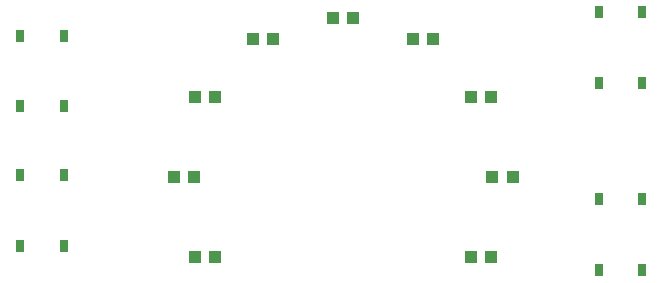
<source format=gbr>
G04 EAGLE Gerber RS-274X export*
G75*
%MOMM*%
%FSLAX34Y34*%
%LPD*%
%INSolderpaste Top*%
%IPPOS*%
%AMOC8*
5,1,8,0,0,1.08239X$1,22.5*%
G01*
%ADD10R,1.000000X1.000000*%
%ADD11R,0.700000X1.000000*%


D10*
X259532Y55254D03*
X276532Y55254D03*
D11*
X601446Y202434D03*
X601446Y262434D03*
X638446Y202434D03*
X638446Y262434D03*
X111484Y63988D03*
X111484Y123988D03*
X148484Y63988D03*
X148484Y123988D03*
X111420Y182502D03*
X111420Y242502D03*
X148420Y182502D03*
X148420Y242502D03*
X601310Y43690D03*
X601310Y103690D03*
X638310Y43690D03*
X638310Y103690D03*
D10*
X241500Y122524D03*
X258500Y122524D03*
X259548Y190302D03*
X276548Y190302D03*
X309024Y239524D03*
X326024Y239524D03*
X376516Y257746D03*
X393516Y257746D03*
X444008Y239524D03*
X461008Y239524D03*
X493262Y190270D03*
X510262Y190270D03*
X511484Y122508D03*
X528484Y122508D03*
X493500Y55254D03*
X510500Y55254D03*
M02*

</source>
